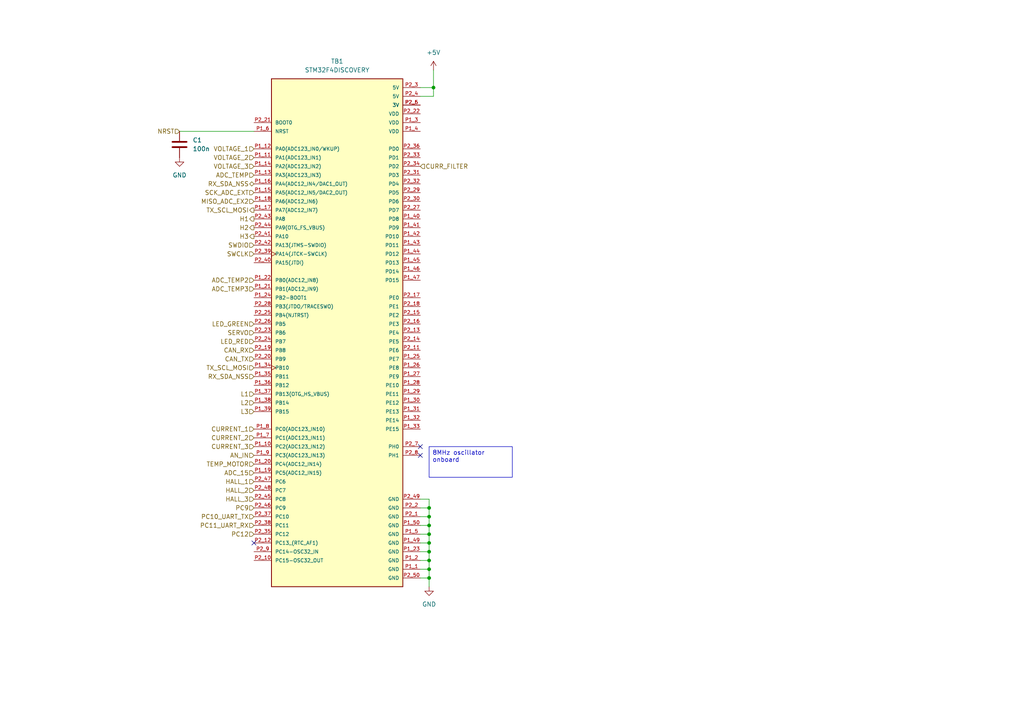
<source format=kicad_sch>
(kicad_sch (version 20230121) (generator eeschema)
  (paper "A4")
  (title_block (title "ColtonT ESC (VESC6)") (date "2023-08-10") (rev "1"))
  (lib_symbols
    (symbol "Device:C" (pin_numbers hide) (pin_names (offset 0.254))
      (property "Reference" "C" (at 0.635 2.54 0))
      (property "Value" "C" (at 0.635 -2.54 0))
      (symbol "C_0_1"
        (polyline (pts (xy -2.032 -0.762) (xy 2.032 -0.762)) (stroke (width 0.508)))
        (polyline (pts (xy -2.032 0.762) (xy 2.032 0.762)) (stroke (width 0.508)))
      )
      (symbol "C_1_1"
        (pin passive line (at 0 3.81 270) (length 2.794) (name "~") (number "1"))
        (pin passive line (at 0 -3.81 90) (length 2.794) (name "~") (number "2"))
      )
    )
    (symbol "STM32F4DISCOVERY:STM32F4DISCOVERY" (pin_names (offset 1.016))
      (property "Reference" "TB" (at -15.2416 74.1716 0))
      (property "Value" "STM32F4DISCOVERY" (at -15.2403 -76.2007 0))
      (symbol "STM32F4DISCOVERY_0_0"
        (pin power_in line (at 27.94 -68.58 180) (length 5.08) (name "GND") (number "P1_1"))
        (pin power_in line (at 27.94 -66.04 180) (length 5.08) (name "GND") (number "P1_2"))
        (pin power_in line (at 27.94 -63.5 180) (length 5.08) (name "GND") (number "P1_23"))
        (pin bidirectional line (at 27.94 -7.62 180) (length 5.08) (name "PE7") (number "P1_25"))
        (pin bidirectional line (at 27.94 -10.16 180) (length 5.08) (name "PE8") (number "P1_26"))
        (pin bidirectional line (at 27.94 -12.7 180) (length 5.08) (name "PE9") (number "P1_27"))
        (pin bidirectional line (at 27.94 -15.24 180) (length 5.08) (name "PE10") (number "P1_28"))
        (pin bidirectional line (at 27.94 -17.78 180) (length 5.08) (name "PE11") (number "P1_29"))
        (pin power_in line (at 27.94 60.96 180) (length 5.08) (name "VDD") (number "P1_3"))
        (pin bidirectional line (at 27.94 -20.32 180) (length 5.08) (name "PE12") (number "P1_30"))
        (pin bidirectional line (at 27.94 -22.86 180) (length 5.08) (name "PE13") (number "P1_31"))
        (pin bidirectional line (at 27.94 -25.4 180) (length 5.08) (name "PE14") (number "P1_32"))
        (pin bidirectional line (at 27.94 -27.94 180) (length 5.08) (name "PE15") (number "P1_33"))
        (pin bidirectional clock (at -20.32 -10.16 0) (length 5.08) (name "PB10") (number "P1_34"))
        (pin bidirectional line (at -20.32 -12.7 0) (length 5.08) (name "PB11") (number "P1_35"))
        (pin bidirectional line (at -20.32 -15.24 0) (length 5.08) (name "PB12") (number "P1_36"))
        (pin bidirectional line (at -20.32 -20.32 0) (length 5.08) (name "PB14") (number "P1_38"))
        (pin bidirectional line (at -20.32 -22.86 0) (length 5.08) (name "PB15") (number "P1_39"))
        (pin power_in line (at 27.94 58.42 180) (length 5.08) (name "VDD") (number "P1_4"))
        (pin bidirectional line (at 27.94 33.02 180) (length 5.08) (name "PD8") (number "P1_40"))
        (pin bidirectional line (at 27.94 30.48 180) (length 5.08) (name "PD9") (number "P1_41"))
        (pin bidirectional line (at 27.94 27.94 180) (length 5.08) (name "PD10") (number "P1_42"))
        (pin bidirectional line (at 27.94 25.4 180) (length 5.08) (name "PD11") (number "P1_43"))
        (pin bidirectional line (at 27.94 22.86 180) (length 5.08) (name "PD12") (number "P1_44"))
        (pin bidirectional line (at 27.94 20.32 180) (length 5.08) (name "PD13") (number "P1_45"))
        (pin bidirectional line (at 27.94 17.78 180) (length 5.08) (name "PD14") (number "P1_46"))
        (pin bidirectional line (at 27.94 15.24 180) (length 5.08) (name "PD15") (number "P1_47"))
        (pin power_in line (at 27.94 -60.96 180) (length 5.08) (name "GND") (number "P1_49"))
        (pin power_in line (at 27.94 -58.42 180) (length 5.08) (name "GND") (number "P1_5"))
        (pin power_in line (at 27.94 -55.88 180) (length 5.08) (name "GND") (number "P1_50"))
        (pin input line (at -20.32 58.42 0) (length 5.08) (name "NRST") (number "P1_6"))
        (pin power_in line (at 27.94 -53.34 180) (length 5.08) (name "GND") (number "P2_1"))
        (pin bidirectional line (at 27.94 -5.08 180) (length 5.08) (name "PE6") (number "P2_11"))
        (pin bidirectional line (at 27.94 0 180) (length 5.08) (name "PE4") (number "P2_13"))
        (pin bidirectional line (at 27.94 -2.54 180) (length 5.08) (name "PE5") (number "P2_14"))
        (pin bidirectional line (at 27.94 5.08 180) (length 5.08) (name "PE2") (number "P2_15"))
        (pin bidirectional line (at 27.94 2.54 180) (length 5.08) (name "PE3") (number "P2_16"))
        (pin bidirectional line (at 27.94 10.16 180) (length 5.08) (name "PE0") (number "P2_17"))
        (pin bidirectional line (at 27.94 7.62 180) (length 5.08) (name "PE1") (number "P2_18"))
        (pin bidirectional line (at -20.32 -5.08 0) (length 5.08) (name "PB8") (number "P2_19"))
        (pin power_in line (at 27.94 -50.8 180) (length 5.08) (name "GND") (number "P2_2"))
        (pin bidirectional line (at -20.32 -7.62 0) (length 5.08) (name "PB9") (number "P2_20"))
        (pin input line (at -20.32 60.96 0) (length 5.08) (name "BOOT0") (number "P2_21"))
        (pin power_in line (at 27.94 63.5 180) (length 5.08) (name "VDD") (number "P2_22"))
        (pin bidirectional line (at -20.32 0 0) (length 5.08) (name "PB6") (number "P2_23"))
        (pin bidirectional line (at -20.32 -2.54 0) (length 5.08) (name "PB7") (number "P2_24"))
        (pin bidirectional line (at -20.32 2.54 0) (length 5.08) (name "PB5") (number "P2_26"))
        (pin bidirectional line (at 27.94 35.56 180) (length 5.08) (name "PD7") (number "P2_27"))
        (pin bidirectional line (at 27.94 40.64 180) (length 5.08) (name "PD5") (number "P2_29"))
        (pin power_in line (at 27.94 71.12 180) (length 5.08) (name "5V") (number "P2_3"))
        (pin bidirectional line (at 27.94 38.1 180) (length 5.08) (name "PD6") (number "P2_30"))
        (pin bidirectional line (at 27.94 45.72 180) (length 5.08) (name "PD3") (number "P2_31"))
        (pin bidirectional line (at 27.94 43.18 180) (length 5.08) (name "PD4") (number "P2_32"))
        (pin bidirectional line (at 27.94 50.8 180) (length 5.08) (name "PD1") (number "P2_33"))
        (pin bidirectional line (at 27.94 48.26 180) (length 5.08) (name "PD2") (number "P2_34"))
        (pin bidirectional line (at -20.32 -58.42 0) (length 5.08) (name "PC12") (number "P2_35"))
        (pin bidirectional line (at 27.94 53.34 180) (length 5.08) (name "PD0") (number "P2_36"))
        (pin bidirectional line (at -20.32 -53.34 0) (length 5.08) (name "PC10") (number "P2_37"))
        (pin bidirectional line (at -20.32 -55.88 0) (length 5.08) (name "PC11") (number "P2_38"))
        (pin power_in line (at 27.94 68.58 180) (length 5.08) (name "5V") (number "P2_4"))
        (pin bidirectional line (at -20.32 27.94 0) (length 5.08) (name "PA10") (number "P2_41"))
        (pin bidirectional line (at -20.32 33.02 0) (length 5.08) (name "PA8") (number "P2_43"))
        (pin bidirectional line (at -20.32 -48.26 0) (length 5.08) (name "PC8") (number "P2_45"))
        (pin bidirectional line (at -20.32 -50.8 0) (length 5.08) (name "PC9") (number "P2_46"))
        (pin bidirectional line (at -20.32 -43.18 0) (length 5.08) (name "PC6") (number "P2_47"))
        (pin bidirectional line (at -20.32 -45.72 0) (length 5.08) (name "PC7") (number "P2_48"))
        (pin power_in line (at 27.94 -48.26 180) (length 5.08) (name "GND") (number "P2_49"))
        (pin power_in line (at 27.94 66.04 180) (length 5.08) (name "3V") (number "P2_5"))
        (pin power_in line (at 27.94 -71.12 180) (length 5.08) (name "GND") (number "P2_50"))
        (pin power_in line (at 27.94 66.04 180) (length 5.08) (name "3V") (number "P2_6"))
        (pin bidirectional line (at 27.94 -33.02 180) (length 5.08) (name "PH0") (number "P2_7"))
        (pin bidirectional line (at 27.94 -35.56 180) (length 5.08) (name "PH1") (number "P2_8"))
      )
      (symbol "STM32F4DISCOVERY_1_0"
        (rectangle (start -15.24 73.66) (end 22.86 -73.66) (stroke (width 0.254)) (fill (type background)))
        (pin bidirectional line (at -20.32 -33.02 0) (length 5.08) (name "PC2(ADC123_IN12)") (number "P1_10"))
        (pin bidirectional line (at -20.32 50.8 0) (length 5.08) (name "PA1(ADC123_IN1)") (number "P1_11"))
        (pin bidirectional line (at -20.32 53.34 0) (length 5.08) (name "PA0(ADC123_IN0/WKUP)") (number "P1_12"))
        (pin bidirectional line (at -20.32 45.72 0) (length 5.08) (name "PA3(ADC123_IN3)") (number "P1_13"))
        (pin bidirectional line (at -20.32 48.26 0) (length 5.08) (name "PA2(ADC123_IN2)") (number "P1_14"))
        (pin bidirectional line (at -20.32 40.64 0) (length 5.08) (name "PA5(ADC12_IN5/DAC2_OUT)") (number "P1_15"))
        (pin bidirectional line (at -20.32 43.18 0) (length 5.08) (name "PA4(ADC12_IN4/DAC1_OUT)") (number "P1_16"))
        (pin bidirectional line (at -20.32 35.56 0) (length 5.08) (name "PA7(ADC12_IN7)") (number "P1_17"))
        (pin bidirectional line (at -20.32 38.1 0) (length 5.08) (name "PA6(ADC12_IN6)") (number "P1_18"))
        (pin bidirectional line (at -20.32 -40.64 0) (length 5.08) (name "PC5(ADC12_IN15)") (number "P1_19"))
        (pin bidirectional line (at -20.32 -38.1 0) (length 5.08) (name "PC4(ADC12_IN14)") (number "P1_20"))
        (pin bidirectional line (at -20.32 12.7 0) (length 5.08) (name "PB1(ADC12_IN9)") (number "P1_21"))
        (pin bidirectional line (at -20.32 15.24 0) (length 5.08) (name "PB0(ADC12_IN8)") (number "P1_22"))
        (pin bidirectional line (at -20.32 10.16 0) (length 5.08) (name "PB2-BOOT1") (number "P1_24"))
        (pin bidirectional line (at -20.32 -17.78 0) (length 5.08) (name "PB13(OTG_HS_VBUS)") (number "P1_37"))
        (pin bidirectional line (at -20.32 -30.48 0) (length 5.08) (name "PC1(ADC123_IN11)") (number "P1_7"))
        (pin bidirectional line (at -20.32 -27.94 0) (length 5.08) (name "PC0(ADC123_IN10)") (number "P1_8"))
        (pin bidirectional line (at -20.32 -35.56 0) (length 5.08) (name "PC3(ADC123_IN13)") (number "P1_9"))
        (pin bidirectional line (at -20.32 -66.04 0) (length 5.08) (name "PC15-OSC32_OUT") (number "P2_10"))
        (pin bidirectional line (at -20.32 -60.96 0) (length 5.08) (name "PC13_(RTC_AF1)") (number "P2_12"))
        (pin bidirectional line (at -20.32 5.08 0) (length 5.08) (name "PB4(NJTRST)") (number "P2_25"))
        (pin bidirectional line (at -20.32 7.62 0) (length 5.08) (name "PB3(JTDO/TRACESWO)") (number "P2_28"))
        (pin bidirectional clock (at -20.32 22.86 0) (length 5.08) (name "PA14(JTCK-SWCLK)") (number "P2_39"))
        (pin bidirectional line (at -20.32 20.32 0) (length 5.08) (name "PA15(JTDI)") (number "P2_40"))
        (pin bidirectional line (at -20.32 25.4 0) (length 5.08) (name "PA13(JTMS-SWDIO)") (number "P2_42"))
        (pin bidirectional line (at -20.32 30.48 0) (length 5.08) (name "PA9(OTG_FS_VBUS)") (number "P2_44"))
        (pin bidirectional line (at -20.32 -63.5 0) (length 5.08) (name "PC14-OSC32_IN") (number "P2_9"))
      )
    )
    (symbol "power:+5V" (power) (pin_names (offset 0))
      (property "Value" "+5V" (at 0 3.556 0))
      (symbol "+5V_0_1"
        (polyline (pts (xy -0.762 1.27) (xy 0 2.54)))
        (polyline (pts (xy 0 0) (xy 0 2.54)))
        (polyline (pts (xy 0 2.54) (xy 0.762 1.27)))
      )
      (symbol "+5V_1_1"
        (pin power_in line (at 0 0 90) (length 0) hide (name "+5V") (number "1"))
      )
    )
    (symbol "power:GND" (power) (pin_names (offset 0))
      (property "Value" "GND" (at 0 -3.81 0))
      (symbol "GND_0_1"
        (polyline (pts (xy 0 0) (xy 0 -1.27) (xy 1.27 -1.27) (xy 0 -2.54) (xy -1.27 -1.27) (xy 0 -1.27)))
      )
      (symbol "GND_1_1"
        (pin power_in line (at 0 0 270) (length 0) hide (name "GND") (number "1"))
      )
    )
  )
  (junction (at 124.46 152.4))
  (junction (at 124.46 147.32))
  (junction (at 124.46 162.56))
  (junction (at 124.46 154.94))
  (junction (at 124.46 165.1))
  (junction (at 124.46 149.86))
  (junction (at 125.73 25.4))
  (junction (at 124.46 160.02))
  (junction (at 124.46 157.48))
  (junction (at 124.46 167.64))
  (no_connect (at 121.92 129.54))
  (no_connect (at 121.92 132.08))
  (no_connect (at 73.66 157.48))
  (wire (pts (xy 121.92 152.4) (xy 124.46 152.4)))
  (wire (pts (xy 124.46 157.48) (xy 124.46 160.02)))
  (wire (pts (xy 124.46 149.86) (xy 124.46 152.4)))
  (wire (pts (xy 121.92 27.94) (xy 125.73 27.94)))
  (wire (pts (xy 121.92 167.64) (xy 124.46 167.64)))
  (wire (pts (xy 121.92 162.56) (xy 124.46 162.56)))
  (wire (pts (xy 52.07 38.1) (xy 73.66 38.1)))
  (wire (pts (xy 121.92 144.78) (xy 124.46 144.78)))
  (wire (pts (xy 124.46 152.4) (xy 124.46 154.94)))
  (wire (pts (xy 121.92 147.32) (xy 124.46 147.32)))
  (wire (pts (xy 124.46 160.02) (xy 124.46 162.56)))
  (wire (pts (xy 124.46 167.64) (xy 124.46 170.18)))
  (wire (pts (xy 124.46 154.94) (xy 124.46 157.48)))
  (wire (pts (xy 124.46 167.64) (xy 124.46 165.1)))
  (wire (pts (xy 125.73 20.32) (xy 125.73 25.4)))
  (wire (pts (xy 121.92 160.02) (xy 124.46 160.02)))
  (wire (pts (xy 125.73 25.4) (xy 125.73 27.94)))
  (wire (pts (xy 121.92 154.94) (xy 124.46 154.94)))
  (wire (pts (xy 121.92 165.1) (xy 124.46 165.1)))
  (wire (pts (xy 121.92 25.4) (xy 125.73 25.4)))
  (wire (pts (xy 124.46 162.56) (xy 124.46 165.1)))
  (wire (pts (xy 121.92 149.86) (xy 124.46 149.86)))
  (wire (pts (xy 124.46 144.78) (xy 124.46 147.32)))
  (wire (pts (xy 124.46 147.32) (xy 124.46 149.86)))
  (wire (pts (xy 121.92 157.48) (xy 124.46 157.48)))
  (text_box "8MHz oscillator onboard" (at 124.46 129.54 0) (size 24.13 8.89) (effects (font (size 1.27 1.27)) (justify left top)))
  (hierarchical_label "HALL_3" (shape input) (at 73.66 144.78 180))
  (hierarchical_label "RX_SDA_NSS" (shape input) (at 73.66 109.22 180))
  (hierarchical_label "CURRENT_2" (shape input) (at 73.66 127 180))
  (hierarchical_label "SCK_ADC_EXT" (shape input) (at 73.66 55.88 180))
  (hierarchical_label "ADC_TEMP2" (shape input) (at 73.66 81.28 180))
  (hierarchical_label "LED_GREEN" (shape input) (at 73.66 93.98 180))
  (hierarchical_label "H1" (shape output) (at 73.66 63.5 180))
  (hierarchical_label "L3" (shape input) (at 73.66 119.38 180))
  (hierarchical_label "TEMP_MOTOR" (shape input) (at 73.66 134.62 180))
  (hierarchical_label "H3" (shape output) (at 73.66 68.58 180))
  (hierarchical_label "AN_IN" (shape input) (at 73.66 132.08 180))
  (hierarchical_label "TX_SCL_MOSI" (shape input) (at 73.66 106.68 180))
  (hierarchical_label "SERVO" (shape input) (at 73.66 96.52 180))
  (hierarchical_label "MISO_ADC_EX2" (shape input) (at 73.66 58.42 180))
  (hierarchical_label "PC11_UART_RX" (shape input) (at 73.66 152.4 180))
  (hierarchical_label "CAN_TX" (shape input) (at 73.66 104.14 180))
  (hierarchical_label "RX_SDA_NSS" (shape tri_state) (at 73.66 53.34 180))
  (hierarchical_label "PC12" (shape input) (at 73.66 154.94 180))
  (hierarchical_label "ADC_TEMP3" (shape input) (at 73.66 83.82 180))
  (hierarchical_label "L1" (shape input) (at 73.66 114.3 180))
  (hierarchical_label "ADC_15" (shape input) (at 73.66 137.16 180))
  (hierarchical_label "PC10_UART_TX" (shape input) (at 73.66 149.86 180))
  (hierarchical_label "TX_SCL_MOSI" (shape output) (at 73.66 60.96 180))
  (hierarchical_label "PC9" (shape input) (at 73.66 147.32 180))
  (hierarchical_label "HALL_2" (shape input) (at 73.66 142.24 180))
  (hierarchical_label "VOLTAGE_1" (shape input) (at 73.66 43.18 180))
  (hierarchical_label "VOLTAGE_2" (shape input) (at 73.66 45.72 180))
  (hierarchical_label "SWCLK" (shape input) (at 73.66 73.66 180))
  (hierarchical_label "L2" (shape input) (at 73.66 116.84 180))
  (hierarchical_label "CURRENT_3" (shape input) (at 73.66 129.54 180))
  (hierarchical_label "ADC_TEMP" (shape input) (at 73.66 50.8 180))
  (hierarchical_label "CURRENT_1" (shape input) (at 73.66 124.46 180))
  (hierarchical_label "LED_RED" (shape input) (at 73.66 99.06 180))
  (hierarchical_label "CAN_RX" (shape input) (at 73.66 101.6 180))
  (hierarchical_label "CURR_FILTER" (shape input) (at 121.92 48.26 0))
  (hierarchical_label "VOLTAGE_3" (shape input) (at 73.66 48.26 180))
  (hierarchical_label "H2" (shape output) (at 73.66 66.04 180))
  (hierarchical_label "HALL_1" (shape input) (at 73.66 139.7 180))
  (hierarchical_label "SWDIO" (shape input) (at 73.66 71.12 180))
  (hierarchical_label "NRST" (shape input) (at 52.07 38.1 180))
  (symbol (lib_id "power:GND") (at 52.07 45.72 0) (unit 1)
    (property "Reference" "#PWR03" (effects hide))
    (property "Value" "GND" (at 52.07 50.8 0))
  )
  (symbol (lib_id "Device:C") (at 52.07 41.91 0) (unit 1)
    (property "Reference" "C1" (at 55.88 40.64 0) (effects (justify left)))
    (property "Value" "100n" (at 55.88 43.18 0) (effects (justify left)))
  )
  (symbol (lib_id "power:+5V") (at 125.73 20.32 0) (unit 1)
    (property "Reference" "#PWR02" (effects hide))
    (property "Value" "+5V" (at 125.73 15.24 0))
  )
  (symbol (lib_id "STM32F4DISCOVERY:STM32F4DISCOVERY") (at 93.98 96.52 0) (unit 1)
    (property "Reference" "TB1" (at 97.79 17.78 0))
    (property "Value" "STM32F4DISCOVERY" (at 97.79 20.32 0))
    (property "Footprint" "MODULE_STM32F4DISCOVERY" (effects hide))
    (property "PARTREV" "6" (effects hide))
    (property "MF" "STMicroelectronics" (effects hide))
    (property "STANDARD" "Manufacturer Recommendations" (effects hide))
  )
  (symbol (lib_id "power:GND") (at 124.46 170.18 0) (unit 1)
    (property "Reference" "#PWR01" (effects hide))
    (property "Value" "GND" (at 124.46 175.26 0))
  )
)
</source>
